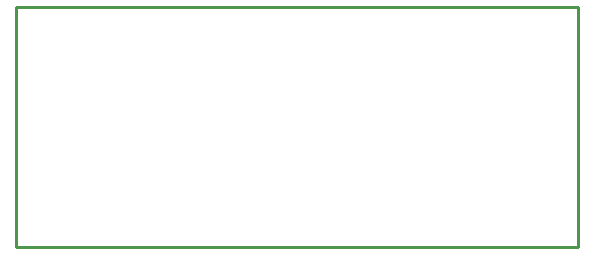
<source format=gko>
%FSLAX24Y24*%
%MOIN*%
G70*
G01*
G75*
G04 Layer_Color=16711935*
%ADD10R,0.0512X0.0217*%
%ADD11R,0.0197X0.0354*%
%ADD12R,0.0354X0.0197*%
%ADD13O,0.0118X0.0650*%
%ADD14C,0.0120*%
%ADD15C,0.0150*%
%ADD16C,0.0200*%
%ADD17C,0.1102*%
%ADD18C,0.0591*%
%ADD19R,0.0591X0.0591*%
%ADD20R,0.0591X0.0591*%
%ADD21C,0.0661*%
%ADD22C,0.0400*%
%ADD23C,0.1500*%
%ADD24R,0.0551X0.0472*%
%ADD25R,0.0669X0.0433*%
%ADD26R,0.0450X0.0700*%
%ADD27R,0.1161X0.0661*%
%ADD28R,0.1161X0.3902*%
%ADD29R,0.0700X0.0450*%
%ADD30C,0.0098*%
%ADD31C,0.0100*%
%ADD32C,0.0079*%
%ADD33C,0.0039*%
%ADD34C,0.0050*%
%ADD35C,0.0080*%
%ADD36R,0.0572X0.0277*%
%ADD37R,0.0257X0.0414*%
%ADD38R,0.0414X0.0257*%
%ADD39O,0.0178X0.0710*%
%ADD40C,0.1162*%
%ADD41C,0.0651*%
%ADD42R,0.0651X0.0651*%
%ADD43R,0.0651X0.0651*%
%ADD44C,0.0721*%
%ADD45C,0.0460*%
%ADD46C,0.1560*%
%ADD47R,0.0611X0.0532*%
%ADD48R,0.0729X0.0493*%
%ADD49R,0.0510X0.0760*%
%ADD50R,0.1221X0.0721*%
%ADD51R,0.1221X0.3962*%
%ADD52R,0.0760X0.0510*%
D31*
X27250Y10000D02*
Y18000D01*
X8500D02*
X27250D01*
X8500Y10000D02*
Y18000D01*
Y10000D02*
X27250D01*
M02*

</source>
